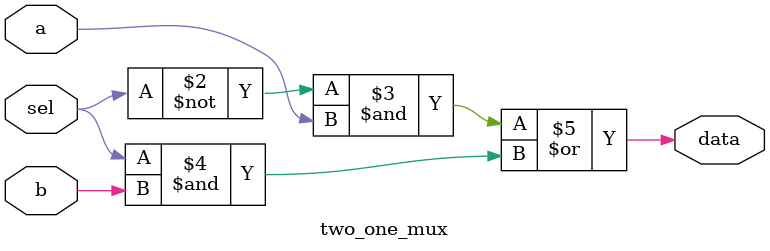
<source format=v>
`timescale 1ns / 1ps


module two_one_mux(
input a,b,sel,
output reg data
    );
 
 always@(*)data=(~sel&a)|(sel&b); 
endmodule

</source>
